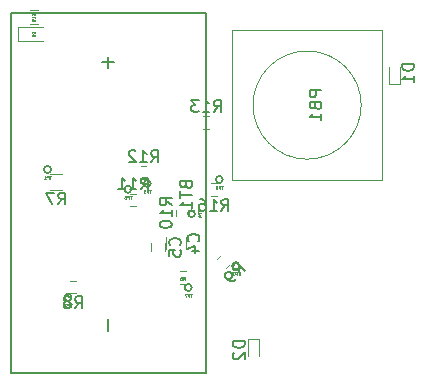
<source format=gbr>
G04 #@! TF.FileFunction,Legend,Bot*
%FSLAX46Y46*%
G04 Gerber Fmt 4.6, Leading zero omitted, Abs format (unit mm)*
G04 Created by KiCad (PCBNEW 4.0.5) date 05/26/17 17:56:53*
%MOMM*%
%LPD*%
G01*
G04 APERTURE LIST*
%ADD10C,0.100000*%
%ADD11C,0.152400*%
%ADD12C,0.120000*%
%ADD13C,0.150000*%
%ADD14C,0.063500*%
G04 APERTURE END LIST*
D10*
D11*
X20449540Y33299400D02*
X20449540Y2819400D01*
X20449540Y2819400D02*
X3939540Y2819400D01*
X3939540Y2819400D02*
X3939540Y33299400D01*
X3939540Y33299400D02*
X20449540Y33299400D01*
D12*
X6245340Y33543800D02*
X5545340Y33543800D01*
X5545340Y32343800D02*
X6245340Y32343800D01*
X4544540Y30951400D02*
X4544540Y32091400D01*
X4544540Y32091400D02*
X6644540Y32091400D01*
X4544540Y30951400D02*
X6644540Y30951400D01*
X18784940Y14304900D02*
X18784940Y13304900D01*
X17084940Y13304900D02*
X17084940Y14304900D01*
X16960140Y13112000D02*
X16960140Y13812000D01*
X15760140Y13812000D02*
X15760140Y13112000D01*
X36838040Y27269400D02*
X35938040Y27269400D01*
X35938040Y27269400D02*
X35938040Y28719400D01*
X36838040Y27269400D02*
X36838040Y28719400D01*
X24025440Y5712500D02*
X24925440Y5712500D01*
X24925440Y5712500D02*
X24925440Y4262500D01*
X24025440Y5712500D02*
X24025440Y4262500D01*
X33588390Y25501600D02*
G75*
G03X33588390Y25501600I-4579050J0D01*
G01*
X35359340Y19151600D02*
X35359340Y31851600D01*
X35359340Y31851600D02*
X22659340Y31851600D01*
X22659340Y31851600D02*
X22659340Y19151600D01*
X22659340Y19151600D02*
X35359340Y19151600D01*
X8274940Y19679200D02*
X7274940Y19679200D01*
X7274940Y18319200D02*
X8274940Y18319200D01*
X22486983Y12032110D02*
X22133430Y11678557D01*
X21383897Y12428090D02*
X21737450Y12781643D01*
X14040040Y17992500D02*
X14540040Y17992500D01*
X14540040Y16932500D02*
X14040040Y16932500D01*
X14903640Y20303900D02*
X15403640Y20303900D01*
X15403640Y19243900D02*
X14903640Y19243900D01*
X21359940Y17808800D02*
X20859940Y17808800D01*
X20859940Y18868800D02*
X21359940Y18868800D01*
D11*
X7322939Y20053300D02*
G75*
G03X7322939Y20053300I-297299J0D01*
G01*
X9050139Y9220200D02*
G75*
G03X9050139Y9220200I-297299J0D01*
G01*
X23261439Y11887200D02*
G75*
G03X23261439Y11887200I-297299J0D01*
G01*
X19514939Y16306800D02*
G75*
G03X19514939Y16306800I-297299J0D01*
G01*
X15768439Y18859500D02*
G75*
G03X15768439Y18859500I-297299J0D01*
G01*
X14130139Y18364200D02*
G75*
G03X14130139Y18364200I-297299J0D01*
G01*
X19235539Y10058400D02*
G75*
G03X19235539Y10058400I-297299J0D01*
G01*
X21864439Y19202400D02*
G75*
G03X21864439Y19202400I-297299J0D01*
G01*
D12*
X9447340Y9579200D02*
X8947340Y9579200D01*
X8947340Y10639200D02*
X9447340Y10639200D01*
X17912940Y16133000D02*
X17912940Y16633000D01*
X18972940Y16633000D02*
X18972940Y16133000D01*
X18743740Y10379300D02*
X18243740Y10379300D01*
X18243740Y11439300D02*
X18743740Y11439300D01*
X20224940Y24558400D02*
X20724940Y24558400D01*
X20724940Y23498400D02*
X20224940Y23498400D01*
D13*
X18727111Y18718114D02*
X18774730Y18575257D01*
X18822350Y18527638D01*
X18917588Y18480019D01*
X19060445Y18480019D01*
X19155683Y18527638D01*
X19203302Y18575257D01*
X19250921Y18670495D01*
X19250921Y19051448D01*
X18250921Y19051448D01*
X18250921Y18718114D01*
X18298540Y18622876D01*
X18346159Y18575257D01*
X18441397Y18527638D01*
X18536635Y18527638D01*
X18631873Y18575257D01*
X18679492Y18622876D01*
X18727111Y18718114D01*
X18727111Y19051448D01*
X18250921Y18194305D02*
X18250921Y17622876D01*
X19250921Y17908591D02*
X18250921Y17908591D01*
X19250921Y16765733D02*
X19250921Y17337162D01*
X19250921Y17051448D02*
X18250921Y17051448D01*
X18393778Y17146686D01*
X18489016Y17241924D01*
X18536635Y17337162D01*
X12158254Y7367209D02*
X12158254Y6399590D01*
X12158254Y29592209D02*
X12158254Y28624590D01*
X12642064Y29108400D02*
X11674445Y29108400D01*
D14*
X5922554Y33094386D02*
X5934650Y33106481D01*
X5946745Y33142767D01*
X5946745Y33166957D01*
X5934650Y33203243D01*
X5910459Y33227434D01*
X5886269Y33239529D01*
X5837888Y33251624D01*
X5801602Y33251624D01*
X5753221Y33239529D01*
X5729030Y33227434D01*
X5704840Y33203243D01*
X5692745Y33166957D01*
X5692745Y33142767D01*
X5704840Y33106481D01*
X5716935Y33094386D01*
X5946745Y32852481D02*
X5946745Y32997624D01*
X5946745Y32925053D02*
X5692745Y32925053D01*
X5729030Y32949243D01*
X5753221Y32973434D01*
X5765316Y32997624D01*
X5946745Y32731529D02*
X5946745Y32683148D01*
X5934650Y32658957D01*
X5922554Y32646862D01*
X5886269Y32622671D01*
X5837888Y32610576D01*
X5741126Y32610576D01*
X5716935Y32622671D01*
X5704840Y32634767D01*
X5692745Y32658957D01*
X5692745Y32707338D01*
X5704840Y32731529D01*
X5716935Y32743624D01*
X5741126Y32755719D01*
X5801602Y32755719D01*
X5825792Y32743624D01*
X5837888Y32731529D01*
X5849983Y32707338D01*
X5849983Y32658957D01*
X5837888Y32634767D01*
X5825792Y32622671D01*
X5801602Y32610576D01*
X5934045Y31696176D02*
X5680045Y31696176D01*
X5680045Y31635700D01*
X5692140Y31599414D01*
X5716330Y31575223D01*
X5740521Y31563128D01*
X5788902Y31551033D01*
X5825188Y31551033D01*
X5873569Y31563128D01*
X5897759Y31575223D01*
X5921950Y31599414D01*
X5934045Y31635700D01*
X5934045Y31696176D01*
X5680045Y31466366D02*
X5680045Y31309128D01*
X5776807Y31393795D01*
X5776807Y31357509D01*
X5788902Y31333319D01*
X5800997Y31321223D01*
X5825188Y31309128D01*
X5885664Y31309128D01*
X5909854Y31321223D01*
X5921950Y31333319D01*
X5934045Y31357509D01*
X5934045Y31430081D01*
X5921950Y31454271D01*
X5909854Y31466366D01*
D13*
X19792083Y13971566D02*
X19839702Y14019185D01*
X19887321Y14162042D01*
X19887321Y14257280D01*
X19839702Y14400138D01*
X19744464Y14495376D01*
X19649226Y14542995D01*
X19458750Y14590614D01*
X19315892Y14590614D01*
X19125416Y14542995D01*
X19030178Y14495376D01*
X18934940Y14400138D01*
X18887321Y14257280D01*
X18887321Y14162042D01*
X18934940Y14019185D01*
X18982559Y13971566D01*
X19220654Y13114423D02*
X19887321Y13114423D01*
X18839702Y13352519D02*
X19553988Y13590614D01*
X19553988Y12971566D01*
X18217283Y13628666D02*
X18264902Y13676285D01*
X18312521Y13819142D01*
X18312521Y13914380D01*
X18264902Y14057238D01*
X18169664Y14152476D01*
X18074426Y14200095D01*
X17883950Y14247714D01*
X17741092Y14247714D01*
X17550616Y14200095D01*
X17455378Y14152476D01*
X17360140Y14057238D01*
X17312521Y13914380D01*
X17312521Y13819142D01*
X17360140Y13676285D01*
X17407759Y13628666D01*
X17312521Y12723904D02*
X17312521Y13200095D01*
X17788711Y13247714D01*
X17741092Y13200095D01*
X17693473Y13104857D01*
X17693473Y12866761D01*
X17741092Y12771523D01*
X17788711Y12723904D01*
X17883950Y12676285D01*
X18122045Y12676285D01*
X18217283Y12723904D01*
X18264902Y12771523D01*
X18312521Y12866761D01*
X18312521Y13104857D01*
X18264902Y13200095D01*
X18217283Y13247714D01*
X38040421Y28957495D02*
X37040421Y28957495D01*
X37040421Y28719400D01*
X37088040Y28576542D01*
X37183278Y28481304D01*
X37278516Y28433685D01*
X37468992Y28386066D01*
X37611850Y28386066D01*
X37802326Y28433685D01*
X37897564Y28481304D01*
X37992802Y28576542D01*
X38040421Y28719400D01*
X38040421Y28957495D01*
X38040421Y27433685D02*
X38040421Y28005114D01*
X38040421Y27719400D02*
X37040421Y27719400D01*
X37183278Y27814638D01*
X37278516Y27909876D01*
X37326135Y28005114D01*
X23727821Y5500595D02*
X22727821Y5500595D01*
X22727821Y5262500D01*
X22775440Y5119642D01*
X22870678Y5024404D01*
X22965916Y4976785D01*
X23156392Y4929166D01*
X23299250Y4929166D01*
X23489726Y4976785D01*
X23584964Y5024404D01*
X23680202Y5119642D01*
X23727821Y5262500D01*
X23727821Y5500595D01*
X22823059Y4548214D02*
X22775440Y4500595D01*
X22727821Y4405357D01*
X22727821Y4167261D01*
X22775440Y4072023D01*
X22823059Y4024404D01*
X22918297Y3976785D01*
X23013535Y3976785D01*
X23156392Y4024404D01*
X23727821Y4595833D01*
X23727821Y3976785D01*
X30223721Y26739695D02*
X29223721Y26739695D01*
X29223721Y26358742D01*
X29271340Y26263504D01*
X29318959Y26215885D01*
X29414197Y26168266D01*
X29557054Y26168266D01*
X29652292Y26215885D01*
X29699911Y26263504D01*
X29747530Y26358742D01*
X29747530Y26739695D01*
X29699911Y25406361D02*
X29747530Y25263504D01*
X29795150Y25215885D01*
X29890388Y25168266D01*
X30033245Y25168266D01*
X30128483Y25215885D01*
X30176102Y25263504D01*
X30223721Y25358742D01*
X30223721Y25739695D01*
X29223721Y25739695D01*
X29223721Y25406361D01*
X29271340Y25311123D01*
X29318959Y25263504D01*
X29414197Y25215885D01*
X29509435Y25215885D01*
X29604673Y25263504D01*
X29652292Y25311123D01*
X29699911Y25406361D01*
X29699911Y25739695D01*
X30223721Y24215885D02*
X30223721Y24787314D01*
X30223721Y24501600D02*
X29223721Y24501600D01*
X29366578Y24596838D01*
X29461816Y24692076D01*
X29509435Y24787314D01*
X7941606Y17096819D02*
X8274940Y17573010D01*
X8513035Y17096819D02*
X8513035Y18096819D01*
X8132082Y18096819D01*
X8036844Y18049200D01*
X7989225Y18001581D01*
X7941606Y17906343D01*
X7941606Y17763486D01*
X7989225Y17668248D01*
X8036844Y17620629D01*
X8132082Y17573010D01*
X8513035Y17573010D01*
X7608273Y18096819D02*
X6941606Y18096819D01*
X7370178Y17096819D01*
X23327766Y11073475D02*
X23226751Y11645896D01*
X23731828Y11477536D02*
X23024721Y12184643D01*
X22755346Y11915269D01*
X22721675Y11814253D01*
X22721675Y11746910D01*
X22755346Y11645895D01*
X22856362Y11544880D01*
X22957377Y11511208D01*
X23024720Y11511208D01*
X23125735Y11544880D01*
X23395110Y11814254D01*
X22991049Y10736758D02*
X22856362Y10602071D01*
X22755346Y10568399D01*
X22688003Y10568399D01*
X22519644Y10602070D01*
X22351286Y10703085D01*
X22081911Y10972460D01*
X22048240Y11073475D01*
X22048240Y11140818D01*
X22081911Y11241834D01*
X22216599Y11376521D01*
X22317614Y11410193D01*
X22384958Y11410193D01*
X22485973Y11376521D01*
X22654331Y11208163D01*
X22688003Y11107147D01*
X22688004Y11039803D01*
X22654332Y10938788D01*
X22519644Y10804101D01*
X22418629Y10770429D01*
X22351285Y10770430D01*
X22250270Y10804101D01*
X14932897Y18360119D02*
X15266231Y18836310D01*
X15504326Y18360119D02*
X15504326Y19360119D01*
X15123373Y19360119D01*
X15028135Y19312500D01*
X14980516Y19264881D01*
X14932897Y19169643D01*
X14932897Y19026786D01*
X14980516Y18931548D01*
X15028135Y18883929D01*
X15123373Y18836310D01*
X15504326Y18836310D01*
X13980516Y18360119D02*
X14551945Y18360119D01*
X14266231Y18360119D02*
X14266231Y19360119D01*
X14361469Y19217262D01*
X14456707Y19122024D01*
X14551945Y19074405D01*
X13028135Y18360119D02*
X13599564Y18360119D01*
X13313850Y18360119D02*
X13313850Y19360119D01*
X13409088Y19217262D01*
X13504326Y19122024D01*
X13599564Y19074405D01*
X15796497Y20671519D02*
X16129831Y21147710D01*
X16367926Y20671519D02*
X16367926Y21671519D01*
X15986973Y21671519D01*
X15891735Y21623900D01*
X15844116Y21576281D01*
X15796497Y21481043D01*
X15796497Y21338186D01*
X15844116Y21242948D01*
X15891735Y21195329D01*
X15986973Y21147710D01*
X16367926Y21147710D01*
X14844116Y20671519D02*
X15415545Y20671519D01*
X15129831Y20671519D02*
X15129831Y21671519D01*
X15225069Y21528662D01*
X15320307Y21433424D01*
X15415545Y21385805D01*
X14463164Y21576281D02*
X14415545Y21623900D01*
X14320307Y21671519D01*
X14082211Y21671519D01*
X13986973Y21623900D01*
X13939354Y21576281D01*
X13891735Y21481043D01*
X13891735Y21385805D01*
X13939354Y21242948D01*
X14510783Y20671519D01*
X13891735Y20671519D01*
X21752797Y16536419D02*
X22086131Y17012610D01*
X22324226Y16536419D02*
X22324226Y17536419D01*
X21943273Y17536419D01*
X21848035Y17488800D01*
X21800416Y17441181D01*
X21752797Y17345943D01*
X21752797Y17203086D01*
X21800416Y17107848D01*
X21848035Y17060229D01*
X21943273Y17012610D01*
X22324226Y17012610D01*
X20800416Y16536419D02*
X21371845Y16536419D01*
X21086131Y16536419D02*
X21086131Y17536419D01*
X21181369Y17393562D01*
X21276607Y17298324D01*
X21371845Y17250705D01*
X19943273Y17536419D02*
X20133750Y17536419D01*
X20228988Y17488800D01*
X20276607Y17441181D01*
X20371845Y17298324D01*
X20419464Y17107848D01*
X20419464Y16726895D01*
X20371845Y16631657D01*
X20324226Y16584038D01*
X20228988Y16536419D01*
X20038511Y16536419D01*
X19943273Y16584038D01*
X19895654Y16631657D01*
X19848035Y16726895D01*
X19848035Y16964990D01*
X19895654Y17060229D01*
X19943273Y17107848D01*
X20038511Y17155467D01*
X20228988Y17155467D01*
X20324226Y17107848D01*
X20371845Y17060229D01*
X20419464Y16964990D01*
D14*
X7346164Y19506595D02*
X7201021Y19506595D01*
X7273592Y19252595D02*
X7273592Y19506595D01*
X7116354Y19252595D02*
X7116354Y19506595D01*
X7019592Y19506595D01*
X6995401Y19494500D01*
X6983306Y19482405D01*
X6971211Y19458214D01*
X6971211Y19421929D01*
X6983306Y19397738D01*
X6995401Y19385643D01*
X7019592Y19373548D01*
X7116354Y19373548D01*
X6729306Y19252595D02*
X6874449Y19252595D01*
X6801878Y19252595D02*
X6801878Y19506595D01*
X6826068Y19470310D01*
X6850259Y19446119D01*
X6874449Y19434024D01*
X9073364Y8673495D02*
X8928221Y8673495D01*
X9000792Y8419495D02*
X9000792Y8673495D01*
X8843554Y8419495D02*
X8843554Y8673495D01*
X8746792Y8673495D01*
X8722601Y8661400D01*
X8710506Y8649305D01*
X8698411Y8625114D01*
X8698411Y8588829D01*
X8710506Y8564638D01*
X8722601Y8552543D01*
X8746792Y8540448D01*
X8843554Y8540448D01*
X8601649Y8649305D02*
X8589554Y8661400D01*
X8565363Y8673495D01*
X8504887Y8673495D01*
X8480697Y8661400D01*
X8468601Y8649305D01*
X8456506Y8625114D01*
X8456506Y8600924D01*
X8468601Y8564638D01*
X8613744Y8419495D01*
X8456506Y8419495D01*
X23284664Y11340495D02*
X23139521Y11340495D01*
X23212092Y11086495D02*
X23212092Y11340495D01*
X23054854Y11086495D02*
X23054854Y11340495D01*
X22958092Y11340495D01*
X22933901Y11328400D01*
X22921806Y11316305D01*
X22909711Y11292114D01*
X22909711Y11255829D01*
X22921806Y11231638D01*
X22933901Y11219543D01*
X22958092Y11207448D01*
X23054854Y11207448D01*
X22825044Y11340495D02*
X22667806Y11340495D01*
X22752473Y11243733D01*
X22716187Y11243733D01*
X22691997Y11231638D01*
X22679901Y11219543D01*
X22667806Y11195352D01*
X22667806Y11134876D01*
X22679901Y11110686D01*
X22691997Y11098590D01*
X22716187Y11086495D01*
X22788759Y11086495D01*
X22812949Y11098590D01*
X22825044Y11110686D01*
X19764345Y16627324D02*
X19764345Y16482181D01*
X20018345Y16554752D02*
X19764345Y16554752D01*
X20018345Y16397514D02*
X19764345Y16397514D01*
X19764345Y16300752D01*
X19776440Y16276561D01*
X19788535Y16264466D01*
X19812726Y16252371D01*
X19849011Y16252371D01*
X19873202Y16264466D01*
X19885297Y16276561D01*
X19897392Y16300752D01*
X19897392Y16397514D01*
X19849011Y16034657D02*
X20018345Y16034657D01*
X19752250Y16095133D02*
X19933678Y16155609D01*
X19933678Y15998371D01*
X15791664Y18312795D02*
X15646521Y18312795D01*
X15719092Y18058795D02*
X15719092Y18312795D01*
X15561854Y18058795D02*
X15561854Y18312795D01*
X15465092Y18312795D01*
X15440901Y18300700D01*
X15428806Y18288605D01*
X15416711Y18264414D01*
X15416711Y18228129D01*
X15428806Y18203938D01*
X15440901Y18191843D01*
X15465092Y18179748D01*
X15561854Y18179748D01*
X15186901Y18312795D02*
X15307854Y18312795D01*
X15319949Y18191843D01*
X15307854Y18203938D01*
X15283663Y18216033D01*
X15223187Y18216033D01*
X15198997Y18203938D01*
X15186901Y18191843D01*
X15174806Y18167652D01*
X15174806Y18107176D01*
X15186901Y18082986D01*
X15198997Y18070890D01*
X15223187Y18058795D01*
X15283663Y18058795D01*
X15307854Y18070890D01*
X15319949Y18082986D01*
X14153364Y17817495D02*
X14008221Y17817495D01*
X14080792Y17563495D02*
X14080792Y17817495D01*
X13923554Y17563495D02*
X13923554Y17817495D01*
X13826792Y17817495D01*
X13802601Y17805400D01*
X13790506Y17793305D01*
X13778411Y17769114D01*
X13778411Y17732829D01*
X13790506Y17708638D01*
X13802601Y17696543D01*
X13826792Y17684448D01*
X13923554Y17684448D01*
X13560697Y17817495D02*
X13609078Y17817495D01*
X13633268Y17805400D01*
X13645363Y17793305D01*
X13669554Y17757019D01*
X13681649Y17708638D01*
X13681649Y17611876D01*
X13669554Y17587686D01*
X13657459Y17575590D01*
X13633268Y17563495D01*
X13584887Y17563495D01*
X13560697Y17575590D01*
X13548601Y17587686D01*
X13536506Y17611876D01*
X13536506Y17672352D01*
X13548601Y17696543D01*
X13560697Y17708638D01*
X13584887Y17720733D01*
X13633268Y17720733D01*
X13657459Y17708638D01*
X13669554Y17696543D01*
X13681649Y17672352D01*
X19258764Y9511695D02*
X19113621Y9511695D01*
X19186192Y9257695D02*
X19186192Y9511695D01*
X19028954Y9257695D02*
X19028954Y9511695D01*
X18932192Y9511695D01*
X18908001Y9499600D01*
X18895906Y9487505D01*
X18883811Y9463314D01*
X18883811Y9427029D01*
X18895906Y9402838D01*
X18908001Y9390743D01*
X18932192Y9378648D01*
X19028954Y9378648D01*
X18799144Y9511695D02*
X18629811Y9511695D01*
X18738668Y9257695D01*
X21887664Y18655695D02*
X21742521Y18655695D01*
X21815092Y18401695D02*
X21815092Y18655695D01*
X21657854Y18401695D02*
X21657854Y18655695D01*
X21561092Y18655695D01*
X21536901Y18643600D01*
X21524806Y18631505D01*
X21512711Y18607314D01*
X21512711Y18571029D01*
X21524806Y18546838D01*
X21536901Y18534743D01*
X21561092Y18522648D01*
X21657854Y18522648D01*
X21367568Y18546838D02*
X21391759Y18558933D01*
X21403854Y18571029D01*
X21415949Y18595219D01*
X21415949Y18607314D01*
X21403854Y18631505D01*
X21391759Y18643600D01*
X21367568Y18655695D01*
X21319187Y18655695D01*
X21294997Y18643600D01*
X21282901Y18631505D01*
X21270806Y18607314D01*
X21270806Y18595219D01*
X21282901Y18571029D01*
X21294997Y18558933D01*
X21319187Y18546838D01*
X21367568Y18546838D01*
X21391759Y18534743D01*
X21403854Y18522648D01*
X21415949Y18498457D01*
X21415949Y18450076D01*
X21403854Y18425886D01*
X21391759Y18413790D01*
X21367568Y18401695D01*
X21319187Y18401695D01*
X21294997Y18413790D01*
X21282901Y18425886D01*
X21270806Y18450076D01*
X21270806Y18498457D01*
X21282901Y18522648D01*
X21294997Y18534743D01*
X21319187Y18546838D01*
D13*
X9364006Y8306819D02*
X9697340Y8783010D01*
X9935435Y8306819D02*
X9935435Y9306819D01*
X9554482Y9306819D01*
X9459244Y9259200D01*
X9411625Y9211581D01*
X9364006Y9116343D01*
X9364006Y8973486D01*
X9411625Y8878248D01*
X9459244Y8830629D01*
X9554482Y8783010D01*
X9935435Y8783010D01*
X8792578Y8878248D02*
X8887816Y8925867D01*
X8935435Y8973486D01*
X8983054Y9068724D01*
X8983054Y9116343D01*
X8935435Y9211581D01*
X8887816Y9259200D01*
X8792578Y9306819D01*
X8602101Y9306819D01*
X8506863Y9259200D01*
X8459244Y9211581D01*
X8411625Y9116343D01*
X8411625Y9068724D01*
X8459244Y8973486D01*
X8506863Y8925867D01*
X8602101Y8878248D01*
X8792578Y8878248D01*
X8887816Y8830629D01*
X8935435Y8783010D01*
X8983054Y8687771D01*
X8983054Y8497295D01*
X8935435Y8402057D01*
X8887816Y8354438D01*
X8792578Y8306819D01*
X8602101Y8306819D01*
X8506863Y8354438D01*
X8459244Y8402057D01*
X8411625Y8497295D01*
X8411625Y8687771D01*
X8459244Y8783010D01*
X8506863Y8830629D01*
X8602101Y8878248D01*
X17545321Y17025857D02*
X17069130Y17359191D01*
X17545321Y17597286D02*
X16545321Y17597286D01*
X16545321Y17216333D01*
X16592940Y17121095D01*
X16640559Y17073476D01*
X16735797Y17025857D01*
X16878654Y17025857D01*
X16973892Y17073476D01*
X17021511Y17121095D01*
X17069130Y17216333D01*
X17069130Y17597286D01*
X17545321Y16073476D02*
X17545321Y16644905D01*
X17545321Y16359191D02*
X16545321Y16359191D01*
X16688178Y16454429D01*
X16783416Y16549667D01*
X16831035Y16644905D01*
X16545321Y15454429D02*
X16545321Y15359190D01*
X16592940Y15263952D01*
X16640559Y15216333D01*
X16735797Y15168714D01*
X16926273Y15121095D01*
X17164369Y15121095D01*
X17354845Y15168714D01*
X17450083Y15216333D01*
X17497702Y15263952D01*
X17545321Y15359190D01*
X17545321Y15454429D01*
X17497702Y15549667D01*
X17450083Y15597286D01*
X17354845Y15644905D01*
X17164369Y15692524D01*
X16926273Y15692524D01*
X16735797Y15644905D01*
X16640559Y15597286D01*
X16592940Y15549667D01*
X16545321Y15454429D01*
D14*
X18510673Y10705495D02*
X18595340Y10826448D01*
X18655816Y10705495D02*
X18655816Y10959495D01*
X18559054Y10959495D01*
X18534863Y10947400D01*
X18522768Y10935305D01*
X18510673Y10911114D01*
X18510673Y10874829D01*
X18522768Y10850638D01*
X18534863Y10838543D01*
X18559054Y10826448D01*
X18655816Y10826448D01*
X18292959Y10959495D02*
X18341340Y10959495D01*
X18365530Y10947400D01*
X18377625Y10935305D01*
X18401816Y10899019D01*
X18413911Y10850638D01*
X18413911Y10753876D01*
X18401816Y10729686D01*
X18389721Y10717590D01*
X18365530Y10705495D01*
X18317149Y10705495D01*
X18292959Y10717590D01*
X18280863Y10729686D01*
X18268768Y10753876D01*
X18268768Y10814352D01*
X18280863Y10838543D01*
X18292959Y10850638D01*
X18317149Y10862733D01*
X18365530Y10862733D01*
X18389721Y10850638D01*
X18401816Y10838543D01*
X18413911Y10814352D01*
D13*
X21117797Y24926019D02*
X21451131Y25402210D01*
X21689226Y24926019D02*
X21689226Y25926019D01*
X21308273Y25926019D01*
X21213035Y25878400D01*
X21165416Y25830781D01*
X21117797Y25735543D01*
X21117797Y25592686D01*
X21165416Y25497448D01*
X21213035Y25449829D01*
X21308273Y25402210D01*
X21689226Y25402210D01*
X20165416Y24926019D02*
X20736845Y24926019D01*
X20451131Y24926019D02*
X20451131Y25926019D01*
X20546369Y25783162D01*
X20641607Y25687924D01*
X20736845Y25640305D01*
X19832083Y25926019D02*
X19213035Y25926019D01*
X19546369Y25545067D01*
X19403511Y25545067D01*
X19308273Y25497448D01*
X19260654Y25449829D01*
X19213035Y25354590D01*
X19213035Y25116495D01*
X19260654Y25021257D01*
X19308273Y24973638D01*
X19403511Y24926019D01*
X19689226Y24926019D01*
X19784464Y24973638D01*
X19832083Y25021257D01*
M02*

</source>
